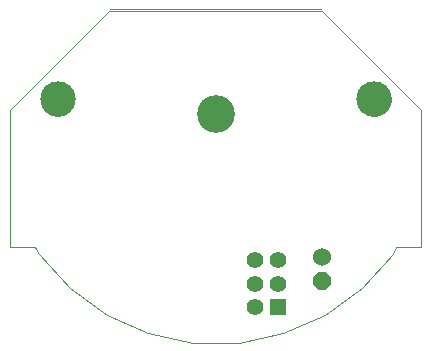
<source format=gbs>
G75*
%MOIN*%
%OFA0B0*%
%FSLAX25Y25*%
%IPPOS*%
%LPD*%
%AMOC8*
5,1,8,0,0,1.08239X$1,22.5*
%
%ADD10C,0.00000*%
%ADD11C,0.11824*%
%ADD12R,0.05600X0.05600*%
%ADD13C,0.05600*%
%ADD14OC8,0.06000*%
%ADD15C,0.06000*%
%ADD16C,0.12611*%
D10*
X0037313Y0095543D02*
X0051223Y0089350D01*
X0066117Y0086184D01*
X0081344Y0086184D01*
X0096237Y0089350D01*
X0110148Y0095543D01*
X0122466Y0104493D01*
X0132655Y0115809D01*
X0133959Y0118069D01*
X0142234Y0118069D01*
X0142234Y0163738D01*
X0109163Y0196809D01*
X0038297Y0196809D01*
X0005226Y0163738D01*
X0005226Y0118069D01*
X0013501Y0118069D01*
X0014806Y0115809D01*
X0024994Y0104493D01*
X0037313Y0095543D01*
X0015462Y0167301D02*
X0015464Y0167449D01*
X0015470Y0167597D01*
X0015480Y0167745D01*
X0015494Y0167892D01*
X0015512Y0168039D01*
X0015533Y0168185D01*
X0015559Y0168331D01*
X0015589Y0168476D01*
X0015622Y0168620D01*
X0015660Y0168763D01*
X0015701Y0168905D01*
X0015746Y0169046D01*
X0015794Y0169186D01*
X0015847Y0169325D01*
X0015903Y0169462D01*
X0015963Y0169597D01*
X0016026Y0169731D01*
X0016093Y0169863D01*
X0016164Y0169993D01*
X0016238Y0170121D01*
X0016315Y0170247D01*
X0016396Y0170371D01*
X0016480Y0170493D01*
X0016567Y0170612D01*
X0016658Y0170729D01*
X0016752Y0170844D01*
X0016848Y0170956D01*
X0016948Y0171066D01*
X0017050Y0171172D01*
X0017156Y0171276D01*
X0017264Y0171377D01*
X0017375Y0171475D01*
X0017488Y0171571D01*
X0017604Y0171663D01*
X0017722Y0171752D01*
X0017843Y0171837D01*
X0017966Y0171920D01*
X0018091Y0171999D01*
X0018218Y0172075D01*
X0018347Y0172147D01*
X0018478Y0172216D01*
X0018611Y0172281D01*
X0018746Y0172342D01*
X0018882Y0172400D01*
X0019019Y0172455D01*
X0019158Y0172505D01*
X0019299Y0172552D01*
X0019440Y0172595D01*
X0019583Y0172635D01*
X0019727Y0172670D01*
X0019871Y0172702D01*
X0020017Y0172729D01*
X0020163Y0172753D01*
X0020310Y0172773D01*
X0020457Y0172789D01*
X0020604Y0172801D01*
X0020752Y0172809D01*
X0020900Y0172813D01*
X0021048Y0172813D01*
X0021196Y0172809D01*
X0021344Y0172801D01*
X0021491Y0172789D01*
X0021638Y0172773D01*
X0021785Y0172753D01*
X0021931Y0172729D01*
X0022077Y0172702D01*
X0022221Y0172670D01*
X0022365Y0172635D01*
X0022508Y0172595D01*
X0022649Y0172552D01*
X0022790Y0172505D01*
X0022929Y0172455D01*
X0023066Y0172400D01*
X0023202Y0172342D01*
X0023337Y0172281D01*
X0023470Y0172216D01*
X0023601Y0172147D01*
X0023730Y0172075D01*
X0023857Y0171999D01*
X0023982Y0171920D01*
X0024105Y0171837D01*
X0024226Y0171752D01*
X0024344Y0171663D01*
X0024460Y0171571D01*
X0024573Y0171475D01*
X0024684Y0171377D01*
X0024792Y0171276D01*
X0024898Y0171172D01*
X0025000Y0171066D01*
X0025100Y0170956D01*
X0025196Y0170844D01*
X0025290Y0170729D01*
X0025381Y0170612D01*
X0025468Y0170493D01*
X0025552Y0170371D01*
X0025633Y0170247D01*
X0025710Y0170121D01*
X0025784Y0169993D01*
X0025855Y0169863D01*
X0025922Y0169731D01*
X0025985Y0169597D01*
X0026045Y0169462D01*
X0026101Y0169325D01*
X0026154Y0169186D01*
X0026202Y0169046D01*
X0026247Y0168905D01*
X0026288Y0168763D01*
X0026326Y0168620D01*
X0026359Y0168476D01*
X0026389Y0168331D01*
X0026415Y0168185D01*
X0026436Y0168039D01*
X0026454Y0167892D01*
X0026468Y0167745D01*
X0026478Y0167597D01*
X0026484Y0167449D01*
X0026486Y0167301D01*
X0026484Y0167153D01*
X0026478Y0167005D01*
X0026468Y0166857D01*
X0026454Y0166710D01*
X0026436Y0166563D01*
X0026415Y0166417D01*
X0026389Y0166271D01*
X0026359Y0166126D01*
X0026326Y0165982D01*
X0026288Y0165839D01*
X0026247Y0165697D01*
X0026202Y0165556D01*
X0026154Y0165416D01*
X0026101Y0165277D01*
X0026045Y0165140D01*
X0025985Y0165005D01*
X0025922Y0164871D01*
X0025855Y0164739D01*
X0025784Y0164609D01*
X0025710Y0164481D01*
X0025633Y0164355D01*
X0025552Y0164231D01*
X0025468Y0164109D01*
X0025381Y0163990D01*
X0025290Y0163873D01*
X0025196Y0163758D01*
X0025100Y0163646D01*
X0025000Y0163536D01*
X0024898Y0163430D01*
X0024792Y0163326D01*
X0024684Y0163225D01*
X0024573Y0163127D01*
X0024460Y0163031D01*
X0024344Y0162939D01*
X0024226Y0162850D01*
X0024105Y0162765D01*
X0023982Y0162682D01*
X0023857Y0162603D01*
X0023730Y0162527D01*
X0023601Y0162455D01*
X0023470Y0162386D01*
X0023337Y0162321D01*
X0023202Y0162260D01*
X0023066Y0162202D01*
X0022929Y0162147D01*
X0022790Y0162097D01*
X0022649Y0162050D01*
X0022508Y0162007D01*
X0022365Y0161967D01*
X0022221Y0161932D01*
X0022077Y0161900D01*
X0021931Y0161873D01*
X0021785Y0161849D01*
X0021638Y0161829D01*
X0021491Y0161813D01*
X0021344Y0161801D01*
X0021196Y0161793D01*
X0021048Y0161789D01*
X0020900Y0161789D01*
X0020752Y0161793D01*
X0020604Y0161801D01*
X0020457Y0161813D01*
X0020310Y0161829D01*
X0020163Y0161849D01*
X0020017Y0161873D01*
X0019871Y0161900D01*
X0019727Y0161932D01*
X0019583Y0161967D01*
X0019440Y0162007D01*
X0019299Y0162050D01*
X0019158Y0162097D01*
X0019019Y0162147D01*
X0018882Y0162202D01*
X0018746Y0162260D01*
X0018611Y0162321D01*
X0018478Y0162386D01*
X0018347Y0162455D01*
X0018218Y0162527D01*
X0018091Y0162603D01*
X0017966Y0162682D01*
X0017843Y0162765D01*
X0017722Y0162850D01*
X0017604Y0162939D01*
X0017488Y0163031D01*
X0017375Y0163127D01*
X0017264Y0163225D01*
X0017156Y0163326D01*
X0017050Y0163430D01*
X0016948Y0163536D01*
X0016848Y0163646D01*
X0016752Y0163758D01*
X0016658Y0163873D01*
X0016567Y0163990D01*
X0016480Y0164109D01*
X0016396Y0164231D01*
X0016315Y0164355D01*
X0016238Y0164481D01*
X0016164Y0164609D01*
X0016093Y0164739D01*
X0016026Y0164871D01*
X0015963Y0165005D01*
X0015903Y0165140D01*
X0015847Y0165277D01*
X0015794Y0165416D01*
X0015746Y0165556D01*
X0015701Y0165697D01*
X0015660Y0165839D01*
X0015622Y0165982D01*
X0015589Y0166126D01*
X0015559Y0166271D01*
X0015533Y0166417D01*
X0015512Y0166563D01*
X0015494Y0166710D01*
X0015480Y0166857D01*
X0015470Y0167005D01*
X0015464Y0167153D01*
X0015462Y0167301D01*
X0038612Y0197518D02*
X0108691Y0197518D01*
X0120994Y0167301D02*
X0120996Y0167449D01*
X0121002Y0167597D01*
X0121012Y0167745D01*
X0121026Y0167892D01*
X0121044Y0168039D01*
X0121065Y0168185D01*
X0121091Y0168331D01*
X0121121Y0168476D01*
X0121154Y0168620D01*
X0121192Y0168763D01*
X0121233Y0168905D01*
X0121278Y0169046D01*
X0121326Y0169186D01*
X0121379Y0169325D01*
X0121435Y0169462D01*
X0121495Y0169597D01*
X0121558Y0169731D01*
X0121625Y0169863D01*
X0121696Y0169993D01*
X0121770Y0170121D01*
X0121847Y0170247D01*
X0121928Y0170371D01*
X0122012Y0170493D01*
X0122099Y0170612D01*
X0122190Y0170729D01*
X0122284Y0170844D01*
X0122380Y0170956D01*
X0122480Y0171066D01*
X0122582Y0171172D01*
X0122688Y0171276D01*
X0122796Y0171377D01*
X0122907Y0171475D01*
X0123020Y0171571D01*
X0123136Y0171663D01*
X0123254Y0171752D01*
X0123375Y0171837D01*
X0123498Y0171920D01*
X0123623Y0171999D01*
X0123750Y0172075D01*
X0123879Y0172147D01*
X0124010Y0172216D01*
X0124143Y0172281D01*
X0124278Y0172342D01*
X0124414Y0172400D01*
X0124551Y0172455D01*
X0124690Y0172505D01*
X0124831Y0172552D01*
X0124972Y0172595D01*
X0125115Y0172635D01*
X0125259Y0172670D01*
X0125403Y0172702D01*
X0125549Y0172729D01*
X0125695Y0172753D01*
X0125842Y0172773D01*
X0125989Y0172789D01*
X0126136Y0172801D01*
X0126284Y0172809D01*
X0126432Y0172813D01*
X0126580Y0172813D01*
X0126728Y0172809D01*
X0126876Y0172801D01*
X0127023Y0172789D01*
X0127170Y0172773D01*
X0127317Y0172753D01*
X0127463Y0172729D01*
X0127609Y0172702D01*
X0127753Y0172670D01*
X0127897Y0172635D01*
X0128040Y0172595D01*
X0128181Y0172552D01*
X0128322Y0172505D01*
X0128461Y0172455D01*
X0128598Y0172400D01*
X0128734Y0172342D01*
X0128869Y0172281D01*
X0129002Y0172216D01*
X0129133Y0172147D01*
X0129262Y0172075D01*
X0129389Y0171999D01*
X0129514Y0171920D01*
X0129637Y0171837D01*
X0129758Y0171752D01*
X0129876Y0171663D01*
X0129992Y0171571D01*
X0130105Y0171475D01*
X0130216Y0171377D01*
X0130324Y0171276D01*
X0130430Y0171172D01*
X0130532Y0171066D01*
X0130632Y0170956D01*
X0130728Y0170844D01*
X0130822Y0170729D01*
X0130913Y0170612D01*
X0131000Y0170493D01*
X0131084Y0170371D01*
X0131165Y0170247D01*
X0131242Y0170121D01*
X0131316Y0169993D01*
X0131387Y0169863D01*
X0131454Y0169731D01*
X0131517Y0169597D01*
X0131577Y0169462D01*
X0131633Y0169325D01*
X0131686Y0169186D01*
X0131734Y0169046D01*
X0131779Y0168905D01*
X0131820Y0168763D01*
X0131858Y0168620D01*
X0131891Y0168476D01*
X0131921Y0168331D01*
X0131947Y0168185D01*
X0131968Y0168039D01*
X0131986Y0167892D01*
X0132000Y0167745D01*
X0132010Y0167597D01*
X0132016Y0167449D01*
X0132018Y0167301D01*
X0132016Y0167153D01*
X0132010Y0167005D01*
X0132000Y0166857D01*
X0131986Y0166710D01*
X0131968Y0166563D01*
X0131947Y0166417D01*
X0131921Y0166271D01*
X0131891Y0166126D01*
X0131858Y0165982D01*
X0131820Y0165839D01*
X0131779Y0165697D01*
X0131734Y0165556D01*
X0131686Y0165416D01*
X0131633Y0165277D01*
X0131577Y0165140D01*
X0131517Y0165005D01*
X0131454Y0164871D01*
X0131387Y0164739D01*
X0131316Y0164609D01*
X0131242Y0164481D01*
X0131165Y0164355D01*
X0131084Y0164231D01*
X0131000Y0164109D01*
X0130913Y0163990D01*
X0130822Y0163873D01*
X0130728Y0163758D01*
X0130632Y0163646D01*
X0130532Y0163536D01*
X0130430Y0163430D01*
X0130324Y0163326D01*
X0130216Y0163225D01*
X0130105Y0163127D01*
X0129992Y0163031D01*
X0129876Y0162939D01*
X0129758Y0162850D01*
X0129637Y0162765D01*
X0129514Y0162682D01*
X0129389Y0162603D01*
X0129262Y0162527D01*
X0129133Y0162455D01*
X0129002Y0162386D01*
X0128869Y0162321D01*
X0128734Y0162260D01*
X0128598Y0162202D01*
X0128461Y0162147D01*
X0128322Y0162097D01*
X0128181Y0162050D01*
X0128040Y0162007D01*
X0127897Y0161967D01*
X0127753Y0161932D01*
X0127609Y0161900D01*
X0127463Y0161873D01*
X0127317Y0161849D01*
X0127170Y0161829D01*
X0127023Y0161813D01*
X0126876Y0161801D01*
X0126728Y0161793D01*
X0126580Y0161789D01*
X0126432Y0161789D01*
X0126284Y0161793D01*
X0126136Y0161801D01*
X0125989Y0161813D01*
X0125842Y0161829D01*
X0125695Y0161849D01*
X0125549Y0161873D01*
X0125403Y0161900D01*
X0125259Y0161932D01*
X0125115Y0161967D01*
X0124972Y0162007D01*
X0124831Y0162050D01*
X0124690Y0162097D01*
X0124551Y0162147D01*
X0124414Y0162202D01*
X0124278Y0162260D01*
X0124143Y0162321D01*
X0124010Y0162386D01*
X0123879Y0162455D01*
X0123750Y0162527D01*
X0123623Y0162603D01*
X0123498Y0162682D01*
X0123375Y0162765D01*
X0123254Y0162850D01*
X0123136Y0162939D01*
X0123020Y0163031D01*
X0122907Y0163127D01*
X0122796Y0163225D01*
X0122688Y0163326D01*
X0122582Y0163430D01*
X0122480Y0163536D01*
X0122380Y0163646D01*
X0122284Y0163758D01*
X0122190Y0163873D01*
X0122099Y0163990D01*
X0122012Y0164109D01*
X0121928Y0164231D01*
X0121847Y0164355D01*
X0121770Y0164481D01*
X0121696Y0164609D01*
X0121625Y0164739D01*
X0121558Y0164871D01*
X0121495Y0165005D01*
X0121435Y0165140D01*
X0121379Y0165277D01*
X0121326Y0165416D01*
X0121278Y0165556D01*
X0121233Y0165697D01*
X0121192Y0165839D01*
X0121154Y0165982D01*
X0121121Y0166126D01*
X0121091Y0166271D01*
X0121065Y0166417D01*
X0121044Y0166563D01*
X0121026Y0166710D01*
X0121012Y0166857D01*
X0121002Y0167005D01*
X0120996Y0167153D01*
X0120994Y0167301D01*
D11*
X0126506Y0167301D03*
X0020974Y0167301D03*
D12*
X0094596Y0097990D03*
D13*
X0094596Y0105864D03*
X0094596Y0113738D03*
X0086722Y0113738D03*
X0086722Y0105864D03*
X0086722Y0097990D03*
D14*
X0109163Y0106884D03*
D15*
X0109163Y0114884D03*
D16*
X0073730Y0162557D03*
M02*

</source>
